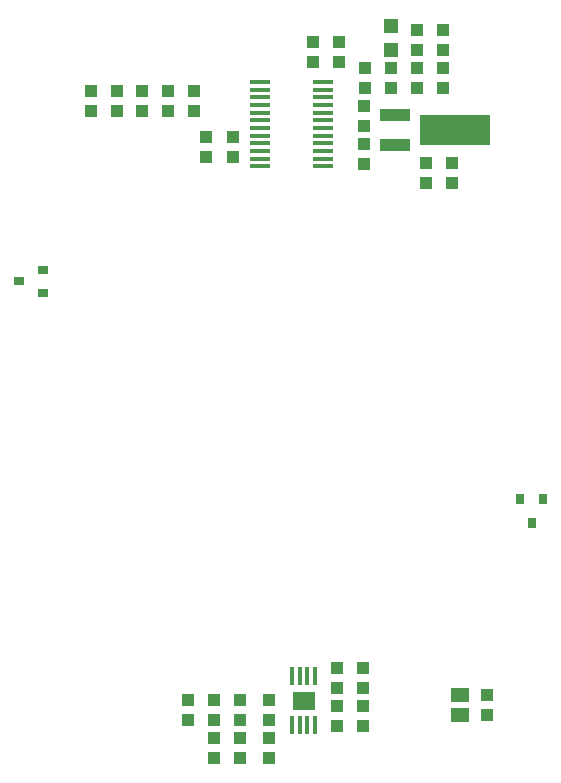
<source format=gtp>
G75*
%MOIN*%
%OFA0B0*%
%FSLAX24Y24*%
%IPPOS*%
%LPD*%
%AMOC8*
5,1,8,0,0,1.08239X$1,22.5*
%
%ADD10R,0.0157X0.0630*%
%ADD11R,0.0744X0.0618*%
%ADD12R,0.0433X0.0394*%
%ADD13R,0.0394X0.0433*%
%ADD14R,0.0984X0.0394*%
%ADD15R,0.2362X0.0984*%
%ADD16R,0.0591X0.0512*%
%ADD17R,0.0354X0.0315*%
%ADD18R,0.0472X0.0472*%
%ADD19R,0.0315X0.0354*%
%ADD20R,0.0650X0.0157*%
D10*
X013576Y002503D03*
X013832Y002503D03*
X014087Y002503D03*
X014343Y002503D03*
X014343Y004156D03*
X014087Y004156D03*
X013832Y004156D03*
X013576Y004156D03*
D11*
X013960Y003330D03*
D12*
X015062Y003152D03*
X015062Y002483D03*
X015928Y002483D03*
X015928Y003152D03*
X012818Y002089D03*
X012818Y001420D03*
X020064Y002852D03*
X020064Y003522D03*
X018920Y020593D03*
X018920Y021263D03*
X018605Y025003D03*
X018605Y025672D03*
X017739Y025672D03*
X017739Y025003D03*
X010298Y023664D03*
X010298Y022995D03*
X009432Y022995D03*
X009432Y023664D03*
X008584Y023664D03*
X008584Y022995D03*
X006873Y022995D03*
X006873Y023664D03*
D13*
X010101Y002680D03*
X010101Y003349D03*
X010967Y003349D03*
X010967Y002680D03*
X010967Y002089D03*
X010967Y001420D03*
X011834Y001420D03*
X011834Y002089D03*
X011834Y002680D03*
X011834Y003349D03*
X012818Y003349D03*
X012818Y002680D03*
X015062Y003743D03*
X015062Y004412D03*
X015928Y004412D03*
X015928Y003743D03*
X018054Y020593D03*
X018054Y021263D03*
X015967Y021223D03*
X015967Y021893D03*
X015967Y022483D03*
X015967Y023152D03*
X016007Y023743D03*
X016007Y024412D03*
X016873Y024412D03*
X016873Y023743D03*
X017739Y023743D03*
X017739Y024412D03*
X018605Y024412D03*
X018605Y023743D03*
X015141Y024609D03*
X015141Y025278D03*
X014274Y025278D03*
X014274Y024609D03*
X011597Y022129D03*
X011597Y021460D03*
X010723Y021460D03*
X010723Y022129D03*
X007737Y022995D03*
X007737Y023664D03*
D14*
X016991Y022845D03*
X016991Y021845D03*
D15*
X018991Y022345D03*
D16*
X019166Y003522D03*
X019166Y002852D03*
D17*
X005290Y016927D03*
X005290Y017675D03*
X004463Y017301D03*
D18*
X016873Y025003D03*
X016873Y025830D03*
D19*
X021184Y010062D03*
X021932Y010062D03*
X021558Y009235D03*
D20*
X014609Y021135D03*
X014609Y021391D03*
X014609Y021647D03*
X014609Y021902D03*
X014609Y022158D03*
X014609Y022414D03*
X014609Y022670D03*
X014609Y022926D03*
X014609Y023182D03*
X014609Y023438D03*
X014609Y023694D03*
X014609Y023950D03*
X012523Y023950D03*
X012523Y023694D03*
X012523Y023438D03*
X012523Y023182D03*
X012523Y022926D03*
X012523Y022670D03*
X012523Y022414D03*
X012523Y022158D03*
X012523Y021902D03*
X012523Y021647D03*
X012523Y021391D03*
X012523Y021135D03*
M02*

</source>
